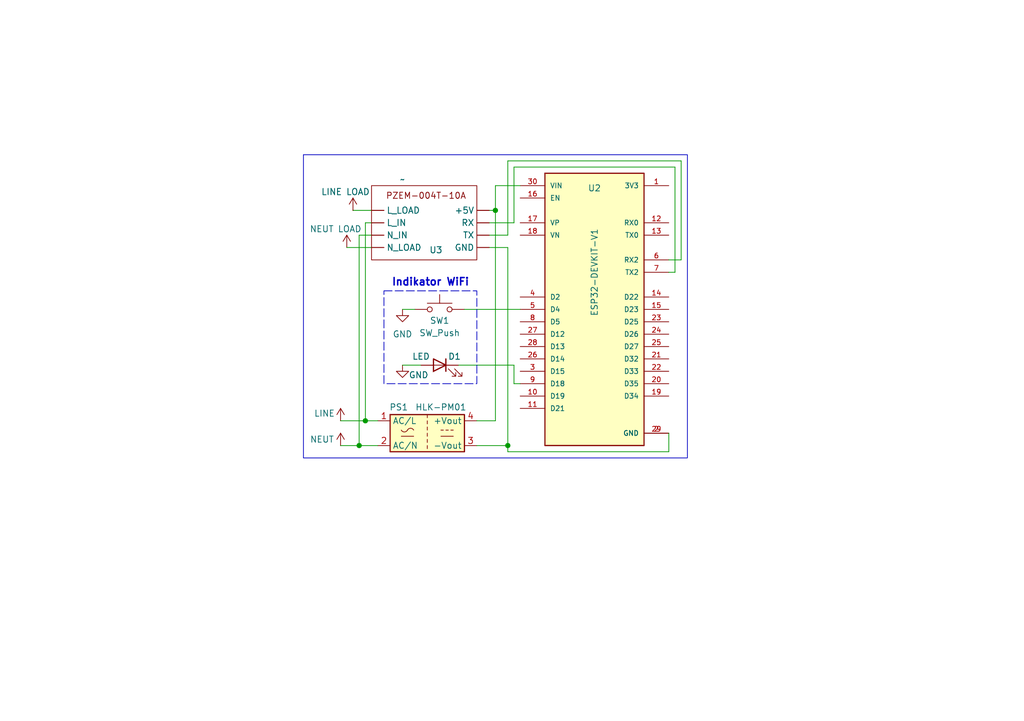
<source format=kicad_sch>
(kicad_sch (version 20231120) (generator "eeschema") (generator_version "8.0")
  (paper "A5")
  (title_block (title "kWh Meter") (rev "v1.0"))
  (lib_symbols
    (symbol "Converter_ACDC:HLK-PM01"
      (property "Reference" "PS" (at 0 5.08 0))
      (property "Value" "HLK-PM01" (at 0 -5.08 0))
      (symbol "HLK-PM01_0_1"
        (rectangle (start -7.62 3.81) (end 7.62 -3.81) (stroke (width 0.254)) (fill (type background)))
        (arc (start -5.334 0.635) (mid -4.699 0.2495) (end -4.064 0.635))
        (arc (start -2.794 0.635) (mid -3.429 1.0072) (end -4.064 0.635))
        (polyline (pts (xy -5.334 -0.635) (xy -2.794 -0.635)))
        (polyline (pts (xy 0 -2.54) (xy 0 -3.175)))
        (polyline (pts (xy 0 -1.27) (xy 0 -1.905)))
        (polyline (pts (xy 0 0) (xy 0 -0.635)))
        (polyline (pts (xy 0 1.27) (xy 0 0.635)))
        (polyline (pts (xy 0 2.54) (xy 0 1.905)))
        (polyline (pts (xy 0 3.81) (xy 0 3.175)))
        (polyline (pts (xy 2.794 -0.635) (xy 5.334 -0.635)))
        (polyline (pts (xy 2.794 0.635) (xy 3.302 0.635)))
        (polyline (pts (xy 3.81 0.635) (xy 4.318 0.635)))
        (polyline (pts (xy 4.826 0.635) (xy 5.334 0.635)))
      )
      (symbol "HLK-PM01_1_1"
        (pin power_in line (at -10.16 2.54 0) (length 2.54) (name "AC/L") (number "1"))
        (pin power_in line (at -10.16 -2.54 0) (length 2.54) (name "AC/N") (number "2"))
        (pin power_out line (at 10.16 -2.54 180) (length 2.54) (name "-Vout") (number "3"))
        (pin power_out line (at 10.16 2.54 180) (length 2.54) (name "+Vout") (number "4"))
      )
    )
    (symbol "Device:LED" (pin_numbers hide) (pin_names (offset 1.016) hide)
      (property "Reference" "D" (at 0 2.54 0))
      (property "Value" "LED" (at 0 -2.54 0))
      (symbol "LED_0_1"
        (polyline (pts (xy -1.27 -1.27) (xy -1.27 1.27)) (stroke (width 0.254)))
        (polyline (pts (xy -1.27 0) (xy 1.27 0)))
        (polyline (pts (xy 1.27 -1.27) (xy 1.27 1.27) (xy -1.27 0) (xy 1.27 -1.27)) (stroke (width 0.254)))
        (polyline (pts (xy -3.048 -0.762) (xy -4.572 -2.286) (xy -3.81 -2.286) (xy -4.572 -2.286) (xy -4.572 -1.524)))
        (polyline (pts (xy -1.778 -0.762) (xy -3.302 -2.286) (xy -2.54 -2.286) (xy -3.302 -2.286) (xy -3.302 -1.524)))
      )
      (symbol "LED_1_1"
        (pin passive line (at -3.81 0 0) (length 2.54) (name "K") (number "1"))
        (pin passive line (at 3.81 0 180) (length 2.54) (name "A") (number "2"))
      )
    )
    (symbol "ESP32-DEVKIT-V1:ESP32-DEVKIT-V1" (pin_names (offset 1.016))
      (property "Reference" "U" (at -10.16 30.48 0))
      (property "Value" "ESP32-DEVKIT-V1" (at -10.16 -30.48 0))
      (symbol "ESP32-DEVKIT-V1_0_0"
        (rectangle (start -10.16 -27.94) (end 10.16 27.94) (stroke (width 0.254)) (fill (type background)))
        (pin output line (at 15.24 25.4 180) (length 5.08) (name "3V3") (number "1"))
        (pin bidirectional line (at -15.24 -17.78 0) (length 5.08) (name "D19") (number "10"))
        (pin bidirectional line (at -15.24 -20.32 0) (length 5.08) (name "D21") (number "11"))
        (pin input line (at 15.24 17.78 180) (length 5.08) (name "RX0") (number "12"))
        (pin output line (at 15.24 15.24 180) (length 5.08) (name "TX0") (number "13"))
        (pin bidirectional line (at 15.24 2.54 180) (length 5.08) (name "D22") (number "14"))
        (pin bidirectional line (at 15.24 0 180) (length 5.08) (name "D23") (number "15"))
        (pin input line (at -15.24 22.86 0) (length 5.08) (name "EN") (number "16"))
        (pin bidirectional line (at -15.24 17.78 0) (length 5.08) (name "VP") (number "17"))
        (pin bidirectional line (at -15.24 15.24 0) (length 5.08) (name "VN") (number "18"))
        (pin bidirectional line (at 15.24 -17.78 180) (length 5.08) (name "D34") (number "19"))
        (pin power_in line (at 15.24 -25.4 180) (length 5.08) (name "GND") (number "2"))
        (pin bidirectional line (at 15.24 -15.24 180) (length 5.08) (name "D35") (number "20"))
        (pin bidirectional line (at 15.24 -10.16 180) (length 5.08) (name "D32") (number "21"))
        (pin bidirectional line (at 15.24 -12.7 180) (length 5.08) (name "D33") (number "22"))
        (pin bidirectional line (at 15.24 -2.54 180) (length 5.08) (name "D25") (number "23"))
        (pin bidirectional line (at 15.24 -5.08 180) (length 5.08) (name "D26") (number "24"))
        (pin bidirectional line (at 15.24 -7.62 180) (length 5.08) (name "D27") (number "25"))
        (pin bidirectional line (at -15.24 -10.16 0) (length 5.08) (name "D14") (number "26"))
        (pin bidirectional line (at -15.24 -5.08 0) (length 5.08) (name "D12") (number "27"))
        (pin bidirectional line (at -15.24 -7.62 0) (length 5.08) (name "D13") (number "28"))
        (pin power_in line (at 15.24 -25.4 180) (length 5.08) (name "GND") (number "29"))
        (pin bidirectional line (at -15.24 -12.7 0) (length 5.08) (name "D15") (number "3"))
        (pin input line (at -15.24 25.4 0) (length 5.08) (name "VIN") (number "30"))
        (pin bidirectional line (at -15.24 2.54 0) (length 5.08) (name "D2") (number "4"))
        (pin bidirectional line (at -15.24 0 0) (length 5.08) (name "D4") (number "5"))
        (pin input line (at 15.24 10.16 180) (length 5.08) (name "RX2") (number "6"))
        (pin output line (at 15.24 7.62 180) (length 5.08) (name "TX2") (number "7"))
        (pin bidirectional line (at -15.24 -2.54 0) (length 5.08) (name "D5") (number "8"))
        (pin bidirectional line (at -15.24 -15.24 0) (length 5.08) (name "D18") (number "9"))
      )
    )
    (symbol "PZEM-004T:PZEM-004T-10A"
      (property "Reference" "U" (at 0 0 0))
      (symbol "PZEM-004T-10A_0_1"
        (rectangle (start 1.27 0) (end 22.86 -15.24))
      )
      (symbol "PZEM-004T-10A_1_1"
        (text "PZEM-004T-10A" (at 11.684 -2.032 0) (effects (font (size 1.27 1.27))))
        (pin power_in line (at -1.27 -5.08 0) (length 2.54) (name "+5V") (number ""))
        (pin power_in line (at -1.27 -12.7 0) (length 2.54) (name "GND") (number ""))
        (pin power_in line (at 22.86 -7.62 180) (length 2.54) (name "L_IN") (number ""))
        (pin power_out line (at 22.86 -5.08 180) (length 2.54) (name "L_LOAD") (number ""))
        (pin power_in line (at 22.86 -10.16 180) (length 2.54) (name "N_IN") (number ""))
        (pin power_out line (at 22.86 -12.7 180) (length 2.54) (name "N_LOAD") (number ""))
        (pin input line (at -1.27 -7.62 0) (length 2.54) (name "RX") (number ""))
        (pin output line (at -1.27 -10.16 0) (length 2.54) (name "TX") (number ""))
      )
    )
    (symbol "Switch:SW_Push" (pin_numbers hide) (pin_names (offset 1.016) hide)
      (property "Reference" "SW" (at 1.27 2.54 0))
      (property "Value" "SW_Push" (at 0 -1.524 0))
      (symbol "SW_Push_0_1"
        (circle (center -2.032 0) (radius 0.508))
        (polyline (pts (xy 0 1.27) (xy 0 3.048)))
        (polyline (pts (xy 2.54 1.27) (xy -2.54 1.27)))
        (circle (center 2.032 0) (radius 0.508))
        (pin passive line (at -5.08 0 0) (length 2.54) (name "1") (number "1"))
        (pin passive line (at 5.08 0 180) (length 2.54) (name "2") (number "2"))
      )
    )
    (symbol "power:GND" (power) (pin_names (offset 0))
      (property "Value" "GND" (at 0 -3.81 0))
      (symbol "GND_0_1"
        (polyline (pts (xy 0 0) (xy 0 -1.27) (xy 1.27 -1.27) (xy 0 -2.54) (xy -1.27 -1.27) (xy 0 -1.27)))
      )
      (symbol "GND_1_1"
        (pin power_in line (at 0 0 270) (length 0) hide (name "GND") (number "1"))
      )
    )
    (symbol "power:LINE" (power) (pin_numbers hide) (pin_names (offset 0) hide)
      (property "Value" "LINE" (at 0 3.556 0))
      (symbol "LINE_0_1"
        (polyline (pts (xy -0.762 1.27) (xy 0 2.54)))
        (polyline (pts (xy 0 0) (xy 0 2.54)))
        (polyline (pts (xy 0 2.54) (xy 0.762 1.27)))
      )
      (symbol "LINE_1_1"
        (pin power_in line (at 0 0 90) (length 0) (name "~") (number "1"))
      )
    )
    (symbol "power:NEUT" (power) (pin_numbers hide) (pin_names (offset 0) hide)
      (property "Value" "NEUT" (at 0 3.556 0))
      (symbol "NEUT_0_1"
        (polyline (pts (xy -0.762 1.27) (xy 0 2.54)))
        (polyline (pts (xy 0 0) (xy 0 2.54)))
        (polyline (pts (xy 0 2.54) (xy 0.762 1.27)))
      )
      (symbol "NEUT_1_1"
        (pin power_in line (at 0 0 90) (length 0) (name "~") (number "1"))
      )
    )
  )
  (junction (at 104.14 91.44))
  (junction (at 101.6 43.18))
  (junction (at 74.93 86.36))
  (junction (at 73.66 91.44))
  (wire (pts (xy 104.14 48.26) (xy 104.14 33.02)))
  (wire (pts (xy 101.6 38.1) (xy 101.6 43.18)))
  (wire (pts (xy 71.12 50.8) (xy 76.2 50.8)))
  (wire (pts (xy 105.41 45.72) (xy 105.41 34.29)))
  (wire (pts (xy 139.7 33.02) (xy 139.7 53.34)))
  (wire (pts (xy 85.09 63.5) (xy 82.55 63.5)))
  (wire (pts (xy 138.43 55.88) (xy 137.16 55.88)))
  (wire (pts (xy 74.93 45.72) (xy 74.93 86.36)))
  (wire (pts (xy 138.43 34.29) (xy 138.43 55.88)))
  (wire (pts (xy 73.66 91.44) (xy 77.47 91.44)))
  (wire (pts (xy 97.79 86.36) (xy 101.6 86.36)))
  (wire (pts (xy 100.33 43.18) (xy 101.6 43.18)))
  (wire (pts (xy 69.85 86.36) (xy 74.93 86.36)))
  (wire (pts (xy 97.79 91.44) (xy 104.14 91.44)))
  (wire (pts (xy 100.33 48.26) (xy 104.14 48.26)))
  (wire (pts (xy 100.33 50.8) (xy 104.14 50.8)))
  (wire (pts (xy 72.39 43.18) (xy 76.2 43.18)))
  (wire (pts (xy 100.33 45.72) (xy 105.41 45.72)))
  (wire (pts (xy 104.14 91.44) (xy 104.14 92.71)))
  (wire (pts (xy 105.41 34.29) (xy 138.43 34.29)))
  (wire (pts (xy 101.6 43.18) (xy 101.6 86.36)))
  (wire (pts (xy 104.14 50.8) (xy 104.14 91.44)))
  (wire (pts (xy 73.66 48.26) (xy 73.66 91.44)))
  (wire (pts (xy 101.6 38.1) (xy 106.68 38.1)))
  (wire (pts (xy 104.14 92.71) (xy 137.16 92.71)))
  (wire (pts (xy 73.66 48.26) (xy 76.2 48.26)))
  (wire (pts (xy 69.85 91.44) (xy 73.66 91.44)))
  (wire (pts (xy 74.93 45.72) (xy 76.2 45.72)))
  (wire (pts (xy 86.36 74.93) (xy 82.55 74.93)))
  (wire (pts (xy 105.41 74.93) (xy 105.41 78.74)))
  (wire (pts (xy 139.7 53.34) (xy 137.16 53.34)))
  (wire (pts (xy 137.16 92.71) (xy 137.16 88.9)))
  (wire (pts (xy 105.41 78.74) (xy 106.68 78.74)))
  (wire (pts (xy 104.14 33.02) (xy 139.7 33.02)))
  (wire (pts (xy 95.25 63.5) (xy 106.68 63.5)))
  (wire (pts (xy 93.98 74.93) (xy 105.41 74.93)))
  (wire (pts (xy 74.93 86.36) (xy 77.47 86.36)))
  (rectangle (start 62.23 31.75) (end 140.97 93.98))
  (text_box "" (at 78.74 59.69 0) (size 19.05 19.05) (stroke (width 0) (type dash)) (effects (font (size 1.27 1.27)) (justify left top)))
  (text "Indikator WiFi" (at 80.264 58.928 0) (effects (font (size 1.524 1.524) (bold yes)) (justify left bottom)))
  (symbol (lib_id "power:GND") (at 82.55 74.93 0) (mirror y) (unit 1)
    (property "Reference" "#PWR04" (effects (hide yes)))
    (property "Value" "GND" (at 85.852 76.962 0))
  )
  (symbol (lib_id "power:LINE") (at 72.39 43.18 0) (unit 1)
    (property "Reference" "#PWR05" (effects (hide yes)))
    (property "Value" "LINE LOAD" (at 70.866 39.37 0))
    (property "Description" "Power symbol creates a global label with name \"LINE\"" (effects (hide yes)))
  )
  (symbol (lib_id "PZEM-004T:PZEM-004T-10A") (at 99.06 38.1 0) (mirror y) (unit 1)
    (property "Reference" "U3" (at 89.408 51.308 0))
    (property "Value" "~" (at 82.55 36.83 0))
  )
  (symbol (lib_id "Converter_ACDC:HLK-PM01") (at 87.63 88.9 0) (unit 1)
    (property "Reference" "PS1" (at 81.788 83.566 0))
    (property "Value" "HLK-PM01" (at 90.424 83.566 0))
    (property "Footprint" "Converter_ACDC:Converter_ACDC_Hi-Link_HLK-PMxx" (effects (hide yes)))
    (property "Datasheet" "https://h.hlktech.com/download/ACDC%E7%94%B5%E6%BA%90%E6%A8%A1%E5%9D%973W%E7%B3%BB%E5%88%97/1/%E6%B5%B7%E5%87%8C%E7%A7%913W%E7%B3%BB%E5%88%97%E7%94%B5%E6%BA%90%E6%A8%A1%E5%9D%97%E8%A7%84%E6%A0%BC%E4%B9%A6V2.8.pdf" (effects (hide yes)))
    (property "Description" "Compact AC/DC board mount power module 3W 5V" (effects (hide yes)))
  )
  (symbol (lib_id "power:LINE") (at 69.85 86.36 0) (unit 1)
    (property "Reference" "#PWR01" (effects (hide yes)))
    (property "Value" "LINE" (at 66.548 84.836 0))
    (property "Description" "Power symbol creates a global label with name \"LINE\"" (effects (hide yes)))
  )
  (symbol (lib_id "power:NEUT") (at 71.12 50.8 0) (unit 1)
    (property "Reference" "#PWR06" (effects (hide yes)))
    (property "Value" "NEUT LOAD" (at 68.834 46.99 0))
    (property "Description" "Power symbol creates a global label with name \"NEUT\"" (effects (hide yes)))
  )
  (symbol (lib_id "power:NEUT") (at 69.85 91.44 0) (unit 1)
    (property "Reference" "#PWR02" (effects (hide yes)))
    (property "Value" "NEUT" (at 66.04 90.17 0))
    (property "Description" "Power symbol creates a global label with name \"NEUT\"" (effects (hide yes)))
  )
  (symbol (lib_id "Switch:SW_Push") (at 90.17 63.5 0) (mirror y) (unit 1)
    (property "Reference" "SW1" (at 90.17 65.786 0))
    (property "Value" "SW_Push" (at 90.17 68.326 0))
    (property "Footprint" "Button_Switch_THT:SW_PUSH_6mm_H9.5mm" (effects (hide yes)))
    (property "Description" "Push button switch, generic, two pins" (effects (hide yes)))
  )
  (symbol (lib_id "ESP32-DEVKIT-V1:ESP32-DEVKIT-V1") (at 121.92 63.5 0) (unit 1)
    (property "Reference" "U2" (at 121.92 38.608 0))
    (property "Value" "ESP32-DEVKIT-V1" (at 121.92 55.88 90))
    (property "Footprint" "ESP32_DevkitV1:MODULE_ESP32_DEVKIT_V1" (effects (hide yes)))
    (property "Description" "\nDual core, Wi-Fi: 2.4 GHz up to 150 Mbits/s,BLE (Bluetooth Low Energy) and legacy Bluetooth, 32 bits, Up to 240 MHz\n" (effects (hide yes)))
    (property "MF" "Do it" (effects (hide yes)))
    (property "MAXIMUM_PACKAGE_HEIGHT" "6.8 mm" (effects (hide yes)))
    (property "Package" "None" (effects (hide yes)))
    (property "Price" "None" (effects (hide yes)))
    (property "Check_prices" "https://www.snapeda.com/parts/ESP32-DEVKIT-V1/Do+it/view-part/?ref=eda" (effects (hide yes)))
    (property "STANDARD" "Manufacturer Recommendations" (effects (hide yes)))
    (property "PARTREV" "N/A" (effects (hide yes)))
    (property "SnapEDA_Link" "https://www.snapeda.com/parts/ESP32-DEVKIT-V1/Do+it/view-part/?ref=snap" (effects (hide yes)))
    (property "MP" "ESP32-DEVKIT-V1" (effects (hide yes)))
    (property "Availability" "Not in stock" (effects (hide yes)))
    (property "MANUFACTURER" "DOIT" (effects (hide yes)))
  )
  (symbol (lib_id "power:GND") (at 82.55 63.5 0) (mirror y) (unit 1)
    (property "Reference" "#PWR03" (effects (hide yes)))
    (property "Value" "GND" (at 82.55 68.58 0))
  )
  (symbol (lib_id "Device:LED") (at 90.17 74.93 0) (mirror y) (unit 1)
    (property "Reference" "D1" (at 93.218 73.152 0))
    (property "Value" "LED" (at 86.36 73.152 0))
    (property "Footprint" "LED_THT:LED_D5.0mm_Clear" (effects (hide yes)))
    (property "Description" "Light emitting diode" (effects (hide yes)))
  )
)
</source>
